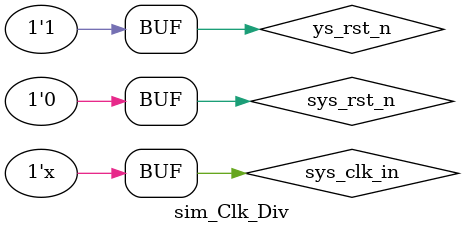
<source format=v>
`timescale 1ns / 1ps


module sim_Clk_Div(

    );
    reg sys_clk_in,sys_rst_n;
    wire clk_3;
initial
	begin
		sys_clk_in=1'b1;
		sys_rst_n=1'b0;

		#3sys_rst_n=1'b1;
	end

always#5
	sys_clk_in=~sys_clk_in;

Clk_Div CD(sys_clk_in,sys_rst_n,clk_3);
endmodule

</source>
